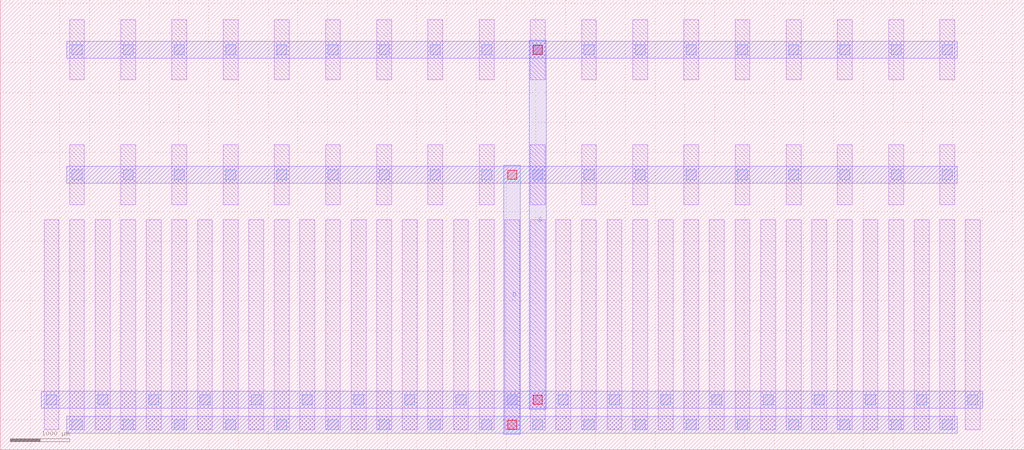
<source format=lef>
MACRO DCL_NMOS_S_78879196_X18_Y1
  UNITS 
    DATABASE MICRONS UNITS 1000;
  END UNITS 
  ORIGIN 0 0 ;
  FOREIGN DCL_NMOS_S_78879196_X18_Y1 0 0 ;
  SIZE 17200 BY 7560 ;
  PIN D
    DIRECTION INOUT ;
    USE SIGNAL ;
    PORT
      LAYER M3 ;
        RECT 8460 260 8740 4780 ;
    END
  END D
  PIN S
    DIRECTION INOUT ;
    USE SIGNAL ;
    PORT
      LAYER M3 ;
        RECT 8890 680 9170 6880 ;
    END
  END S
  OBS
    LAYER M1 ;
      RECT 1165 335 1415 3865 ;
    LAYER M1 ;
      RECT 1165 4115 1415 5125 ;
    LAYER M1 ;
      RECT 1165 6215 1415 7225 ;
    LAYER M1 ;
      RECT 735 335 985 3865 ;
    LAYER M1 ;
      RECT 1595 335 1845 3865 ;
    LAYER M1 ;
      RECT 2025 335 2275 3865 ;
    LAYER M1 ;
      RECT 2025 4115 2275 5125 ;
    LAYER M1 ;
      RECT 2025 6215 2275 7225 ;
    LAYER M1 ;
      RECT 2455 335 2705 3865 ;
    LAYER M1 ;
      RECT 2885 335 3135 3865 ;
    LAYER M1 ;
      RECT 2885 4115 3135 5125 ;
    LAYER M1 ;
      RECT 2885 6215 3135 7225 ;
    LAYER M1 ;
      RECT 3315 335 3565 3865 ;
    LAYER M1 ;
      RECT 3745 335 3995 3865 ;
    LAYER M1 ;
      RECT 3745 4115 3995 5125 ;
    LAYER M1 ;
      RECT 3745 6215 3995 7225 ;
    LAYER M1 ;
      RECT 4175 335 4425 3865 ;
    LAYER M1 ;
      RECT 4605 335 4855 3865 ;
    LAYER M1 ;
      RECT 4605 4115 4855 5125 ;
    LAYER M1 ;
      RECT 4605 6215 4855 7225 ;
    LAYER M1 ;
      RECT 5035 335 5285 3865 ;
    LAYER M1 ;
      RECT 5465 335 5715 3865 ;
    LAYER M1 ;
      RECT 5465 4115 5715 5125 ;
    LAYER M1 ;
      RECT 5465 6215 5715 7225 ;
    LAYER M1 ;
      RECT 5895 335 6145 3865 ;
    LAYER M1 ;
      RECT 6325 335 6575 3865 ;
    LAYER M1 ;
      RECT 6325 4115 6575 5125 ;
    LAYER M1 ;
      RECT 6325 6215 6575 7225 ;
    LAYER M1 ;
      RECT 6755 335 7005 3865 ;
    LAYER M1 ;
      RECT 7185 335 7435 3865 ;
    LAYER M1 ;
      RECT 7185 4115 7435 5125 ;
    LAYER M1 ;
      RECT 7185 6215 7435 7225 ;
    LAYER M1 ;
      RECT 7615 335 7865 3865 ;
    LAYER M1 ;
      RECT 8045 335 8295 3865 ;
    LAYER M1 ;
      RECT 8045 4115 8295 5125 ;
    LAYER M1 ;
      RECT 8045 6215 8295 7225 ;
    LAYER M1 ;
      RECT 8475 335 8725 3865 ;
    LAYER M1 ;
      RECT 8905 335 9155 3865 ;
    LAYER M1 ;
      RECT 8905 4115 9155 5125 ;
    LAYER M1 ;
      RECT 8905 6215 9155 7225 ;
    LAYER M1 ;
      RECT 9335 335 9585 3865 ;
    LAYER M1 ;
      RECT 9765 335 10015 3865 ;
    LAYER M1 ;
      RECT 9765 4115 10015 5125 ;
    LAYER M1 ;
      RECT 9765 6215 10015 7225 ;
    LAYER M1 ;
      RECT 10195 335 10445 3865 ;
    LAYER M1 ;
      RECT 10625 335 10875 3865 ;
    LAYER M1 ;
      RECT 10625 4115 10875 5125 ;
    LAYER M1 ;
      RECT 10625 6215 10875 7225 ;
    LAYER M1 ;
      RECT 11055 335 11305 3865 ;
    LAYER M1 ;
      RECT 11485 335 11735 3865 ;
    LAYER M1 ;
      RECT 11485 4115 11735 5125 ;
    LAYER M1 ;
      RECT 11485 6215 11735 7225 ;
    LAYER M1 ;
      RECT 11915 335 12165 3865 ;
    LAYER M1 ;
      RECT 12345 335 12595 3865 ;
    LAYER M1 ;
      RECT 12345 4115 12595 5125 ;
    LAYER M1 ;
      RECT 12345 6215 12595 7225 ;
    LAYER M1 ;
      RECT 12775 335 13025 3865 ;
    LAYER M1 ;
      RECT 13205 335 13455 3865 ;
    LAYER M1 ;
      RECT 13205 4115 13455 5125 ;
    LAYER M1 ;
      RECT 13205 6215 13455 7225 ;
    LAYER M1 ;
      RECT 13635 335 13885 3865 ;
    LAYER M1 ;
      RECT 14065 335 14315 3865 ;
    LAYER M1 ;
      RECT 14065 4115 14315 5125 ;
    LAYER M1 ;
      RECT 14065 6215 14315 7225 ;
    LAYER M1 ;
      RECT 14495 335 14745 3865 ;
    LAYER M1 ;
      RECT 14925 335 15175 3865 ;
    LAYER M1 ;
      RECT 14925 4115 15175 5125 ;
    LAYER M1 ;
      RECT 14925 6215 15175 7225 ;
    LAYER M1 ;
      RECT 15355 335 15605 3865 ;
    LAYER M1 ;
      RECT 15785 335 16035 3865 ;
    LAYER M1 ;
      RECT 15785 4115 16035 5125 ;
    LAYER M1 ;
      RECT 15785 6215 16035 7225 ;
    LAYER M1 ;
      RECT 16215 335 16465 3865 ;
    LAYER M2 ;
      RECT 1120 4480 16080 4760 ;
    LAYER M2 ;
      RECT 1120 280 16080 560 ;
    LAYER M2 ;
      RECT 1120 6580 16080 6860 ;
    LAYER M2 ;
      RECT 690 700 16510 980 ;
    LAYER V1 ;
      RECT 13245 335 13415 505 ;
    LAYER V1 ;
      RECT 13245 4535 13415 4705 ;
    LAYER V1 ;
      RECT 13245 6635 13415 6805 ;
    LAYER V1 ;
      RECT 14105 335 14275 505 ;
    LAYER V1 ;
      RECT 14105 4535 14275 4705 ;
    LAYER V1 ;
      RECT 14105 6635 14275 6805 ;
    LAYER V1 ;
      RECT 14965 335 15135 505 ;
    LAYER V1 ;
      RECT 14965 4535 15135 4705 ;
    LAYER V1 ;
      RECT 14965 6635 15135 6805 ;
    LAYER V1 ;
      RECT 1205 335 1375 505 ;
    LAYER V1 ;
      RECT 1205 4535 1375 4705 ;
    LAYER V1 ;
      RECT 1205 6635 1375 6805 ;
    LAYER V1 ;
      RECT 15825 335 15995 505 ;
    LAYER V1 ;
      RECT 15825 4535 15995 4705 ;
    LAYER V1 ;
      RECT 15825 6635 15995 6805 ;
    LAYER V1 ;
      RECT 2065 335 2235 505 ;
    LAYER V1 ;
      RECT 2065 4535 2235 4705 ;
    LAYER V1 ;
      RECT 2065 6635 2235 6805 ;
    LAYER V1 ;
      RECT 2925 335 3095 505 ;
    LAYER V1 ;
      RECT 2925 4535 3095 4705 ;
    LAYER V1 ;
      RECT 2925 6635 3095 6805 ;
    LAYER V1 ;
      RECT 3785 335 3955 505 ;
    LAYER V1 ;
      RECT 3785 4535 3955 4705 ;
    LAYER V1 ;
      RECT 3785 6635 3955 6805 ;
    LAYER V1 ;
      RECT 4645 335 4815 505 ;
    LAYER V1 ;
      RECT 4645 4535 4815 4705 ;
    LAYER V1 ;
      RECT 4645 6635 4815 6805 ;
    LAYER V1 ;
      RECT 5505 335 5675 505 ;
    LAYER V1 ;
      RECT 5505 4535 5675 4705 ;
    LAYER V1 ;
      RECT 5505 6635 5675 6805 ;
    LAYER V1 ;
      RECT 6365 335 6535 505 ;
    LAYER V1 ;
      RECT 6365 4535 6535 4705 ;
    LAYER V1 ;
      RECT 6365 6635 6535 6805 ;
    LAYER V1 ;
      RECT 7225 335 7395 505 ;
    LAYER V1 ;
      RECT 7225 4535 7395 4705 ;
    LAYER V1 ;
      RECT 7225 6635 7395 6805 ;
    LAYER V1 ;
      RECT 8085 335 8255 505 ;
    LAYER V1 ;
      RECT 8085 4535 8255 4705 ;
    LAYER V1 ;
      RECT 8085 6635 8255 6805 ;
    LAYER V1 ;
      RECT 8945 335 9115 505 ;
    LAYER V1 ;
      RECT 8945 4535 9115 4705 ;
    LAYER V1 ;
      RECT 8945 6635 9115 6805 ;
    LAYER V1 ;
      RECT 9805 335 9975 505 ;
    LAYER V1 ;
      RECT 9805 4535 9975 4705 ;
    LAYER V1 ;
      RECT 9805 6635 9975 6805 ;
    LAYER V1 ;
      RECT 10665 335 10835 505 ;
    LAYER V1 ;
      RECT 10665 4535 10835 4705 ;
    LAYER V1 ;
      RECT 10665 6635 10835 6805 ;
    LAYER V1 ;
      RECT 11525 335 11695 505 ;
    LAYER V1 ;
      RECT 11525 4535 11695 4705 ;
    LAYER V1 ;
      RECT 11525 6635 11695 6805 ;
    LAYER V1 ;
      RECT 12385 335 12555 505 ;
    LAYER V1 ;
      RECT 12385 4535 12555 4705 ;
    LAYER V1 ;
      RECT 12385 6635 12555 6805 ;
    LAYER V1 ;
      RECT 775 755 945 925 ;
    LAYER V1 ;
      RECT 1635 755 1805 925 ;
    LAYER V1 ;
      RECT 2495 755 2665 925 ;
    LAYER V1 ;
      RECT 3355 755 3525 925 ;
    LAYER V1 ;
      RECT 4215 755 4385 925 ;
    LAYER V1 ;
      RECT 5075 755 5245 925 ;
    LAYER V1 ;
      RECT 5935 755 6105 925 ;
    LAYER V1 ;
      RECT 6795 755 6965 925 ;
    LAYER V1 ;
      RECT 7655 755 7825 925 ;
    LAYER V1 ;
      RECT 8515 755 8685 925 ;
    LAYER V1 ;
      RECT 9375 755 9545 925 ;
    LAYER V1 ;
      RECT 10235 755 10405 925 ;
    LAYER V1 ;
      RECT 11095 755 11265 925 ;
    LAYER V1 ;
      RECT 11955 755 12125 925 ;
    LAYER V1 ;
      RECT 12815 755 12985 925 ;
    LAYER V1 ;
      RECT 13675 755 13845 925 ;
    LAYER V1 ;
      RECT 14535 755 14705 925 ;
    LAYER V1 ;
      RECT 15395 755 15565 925 ;
    LAYER V1 ;
      RECT 16255 755 16425 925 ;
    LAYER V2 ;
      RECT 8525 345 8675 495 ;
    LAYER V2 ;
      RECT 8525 4545 8675 4695 ;
    LAYER V2 ;
      RECT 8955 765 9105 915 ;
    LAYER V2 ;
      RECT 8955 6645 9105 6795 ;
  END
END DCL_NMOS_S_78879196_X18_Y1

</source>
